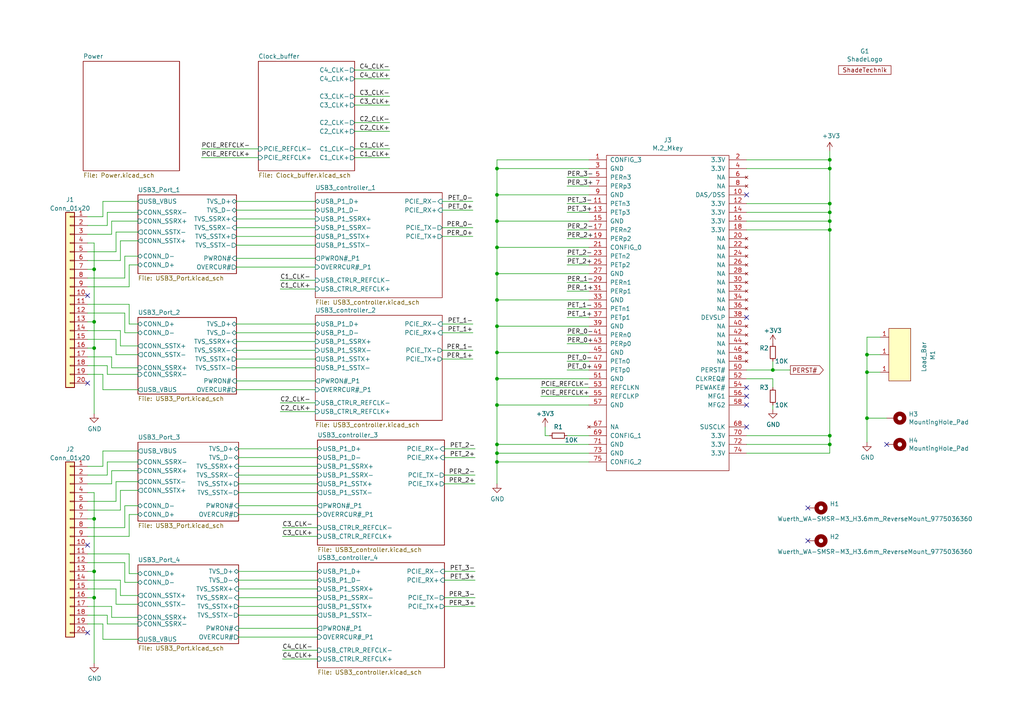
<source format=kicad_sch>
(kicad_sch (version 20211123) (generator eeschema)
  (paper "A4")
  (title_block (rev "1.5B"))
  (lib_symbols
    (symbol "Connector_Generic:Conn_01x20" (pin_names (offset 1.016) hide)
      (property "Reference" "J" (at 0 25.4 0))
      (property "Value" "Conn_01x20" (at 0 -27.94 0))
      (symbol "Conn_01x20_1_1"
        (rectangle (start -1.27 -25.273) (end 0 -25.527) (stroke (width 0.1524)))
        (rectangle (start -1.27 -22.733) (end 0 -22.987) (stroke (width 0.1524)))
        (rectangle (start -1.27 -20.193) (end 0 -20.447) (stroke (width 0.1524)))
        (rectangle (start -1.27 -17.653) (end 0 -17.907) (stroke (width 0.1524)))
        (rectangle (start -1.27 -15.113) (end 0 -15.367) (stroke (width 0.1524)))
        (rectangle (start -1.27 -12.573) (end 0 -12.827) (stroke (width 0.1524)))
        (rectangle (start -1.27 -10.033) (end 0 -10.287) (stroke (width 0.1524)))
        (rectangle (start -1.27 -7.493) (end 0 -7.747) (stroke (width 0.1524)))
        (rectangle (start -1.27 -4.953) (end 0 -5.207) (stroke (width 0.1524)))
        (rectangle (start -1.27 -2.413) (end 0 -2.667) (stroke (width 0.1524)))
        (rectangle (start -1.27 0.127) (end 0 -0.127) (stroke (width 0.1524)))
        (rectangle (start -1.27 2.667) (end 0 2.413) (stroke (width 0.1524)))
        (rectangle (start -1.27 5.207) (end 0 4.953) (stroke (width 0.1524)))
        (rectangle (start -1.27 7.747) (end 0 7.493) (stroke (width 0.1524)))
        (rectangle (start -1.27 10.287) (end 0 10.033) (stroke (width 0.1524)))
        (rectangle (start -1.27 12.827) (end 0 12.573) (stroke (width 0.1524)))
        (rectangle (start -1.27 15.367) (end 0 15.113) (stroke (width 0.1524)))
        (rectangle (start -1.27 17.907) (end 0 17.653) (stroke (width 0.1524)))
        (rectangle (start -1.27 20.447) (end 0 20.193) (stroke (width 0.1524)))
        (rectangle (start -1.27 22.987) (end 0 22.733) (stroke (width 0.1524)))
        (rectangle (start -1.27 24.13) (end 1.27 -26.67) (stroke (width 0.254)) (fill (type background)))
        (pin passive line (at -5.08 22.86 0) (length 3.81) (name "Pin_1") (number "1"))
        (pin passive line (at -5.08 0 0) (length 3.81) (name "Pin_10") (number "10"))
        (pin passive line (at -5.08 -2.54 0) (length 3.81) (name "Pin_11") (number "11"))
        (pin passive line (at -5.08 -5.08 0) (length 3.81) (name "Pin_12") (number "12"))
        (pin passive line (at -5.08 -7.62 0) (length 3.81) (name "Pin_13") (number "13"))
        (pin passive line (at -5.08 -10.16 0) (length 3.81) (name "Pin_14") (number "14"))
        (pin passive line (at -5.08 -12.7 0) (length 3.81) (name "Pin_15") (number "15"))
        (pin passive line (at -5.08 -15.24 0) (length 3.81) (name "Pin_16") (number "16"))
        (pin passive line (at -5.08 -17.78 0) (length 3.81) (name "Pin_17") (number "17"))
        (pin passive line (at -5.08 -20.32 0) (length 3.81) (name "Pin_18") (number "18"))
        (pin passive line (at -5.08 -22.86 0) (length 3.81) (name "Pin_19") (number "19"))
        (pin passive line (at -5.08 20.32 0) (length 3.81) (name "Pin_2") (number "2"))
        (pin passive line (at -5.08 -25.4 0) (length 3.81) (name "Pin_20") (number "20"))
        (pin passive line (at -5.08 17.78 0) (length 3.81) (name "Pin_3") (number "3"))
        (pin passive line (at -5.08 15.24 0) (length 3.81) (name "Pin_4") (number "4"))
        (pin passive line (at -5.08 12.7 0) (length 3.81) (name "Pin_5") (number "5"))
        (pin passive line (at -5.08 10.16 0) (length 3.81) (name "Pin_6") (number "6"))
        (pin passive line (at -5.08 7.62 0) (length 3.81) (name "Pin_7") (number "7"))
        (pin passive line (at -5.08 5.08 0) (length 3.81) (name "Pin_8") (number "8"))
        (pin passive line (at -5.08 2.54 0) (length 3.81) (name "Pin_9") (number "9"))
      )
    )
    (symbol "Device:R_Small" (pin_numbers hide) (pin_names (offset 0.254) hide)
      (property "Reference" "R" (at 0.762 0.508 0))
      (property "Value" "R_Small" (at 0.762 -1.016 0))
      (symbol "R_Small_0_1"
        (rectangle (start -0.762 1.778) (end 0.762 -1.778) (stroke (width 0.2032)))
      )
      (symbol "R_Small_1_1"
        (pin passive line (at 0 2.54 270) (length 0.762) (name "~") (number "1"))
        (pin passive line (at 0 -2.54 90) (length 0.762) (name "~") (number "2"))
      )
    )
    (symbol "Mechanical:MountingHole_Pad" (pin_numbers hide) (pin_names (offset 1.016) hide)
      (property "Reference" "H" (at 0 6.35 0))
      (property "Value" "MountingHole_Pad" (at 0 4.445 0))
      (symbol "MountingHole_Pad_0_1"
        (circle (center 0 1.27) (radius 1.27) (stroke (width 1.27)))
      )
      (symbol "MountingHole_Pad_1_1"
        (pin input line (at 0 -2.54 90) (length 2.54) (name "1") (number "1"))
      )
    )
    (symbol "ST_Extra_1:Load_Bar"
      (property "Reference" "M1" (at -1.27 8.89 0))
      (property "Value" "Load_Bar" (at -3.81 6.35 0))
      (symbol "Load_Bar_0_1"
        (rectangle (start -7.62 2.54) (end 7.62 -3.81) (stroke (width 0.1524)) (fill (type background)))
      )
      (symbol "Load_Bar_1_1"
        (pin passive line (at -5.08 -6.35 90) (length 2.54) (name "") (number "1"))
        (pin passive line (at 0 -6.35 90) (length 2.54) (name "") (number "1"))
        (pin passive line (at 5.08 -6.35 90) (length 2.54) (name "") (number "1"))
      )
    )
    (symbol "ST_Extra_1:M.2_Mkey-ST_Extra" (pin_names (offset 1.016))
      (property "Reference" "J" (at -17.78 46.99 0))
      (property "Value" "M.2_Mkey-ST_Extra" (at -10.16 46.99 0))
      (symbol "M.2_Mkey-ST_Extra_0_1"
        (rectangle (start -17.78 44.45) (end 17.78 -46.99))
      )
      (symbol "M.2_Mkey-ST_Extra_1_1"
        (pin output line (at -22.86 43.18 0) (length 5.08) (name "CONFIG_3") (number "1"))
        (pin input line (at 22.86 33.02 180) (length 5.08) (name "DAS/DSS") (number "10"))
        (pin output line (at -22.86 30.48 0) (length 5.08) (name "PETn3") (number "11"))
        (pin power_in line (at 22.86 30.48 180) (length 5.08) (name "3.3V") (number "12"))
        (pin output line (at -22.86 27.94 0) (length 5.08) (name "PETp3") (number "13"))
        (pin power_in line (at 22.86 27.94 180) (length 5.08) (name "3.3V") (number "14"))
        (pin power_in line (at -22.86 25.4 0) (length 5.08) (name "GND") (number "15"))
        (pin power_in line (at 22.86 25.4 180) (length 5.08) (name "3.3V") (number "16"))
        (pin input line (at -22.86 22.86 0) (length 5.08) (name "PERn2") (number "17"))
        (pin power_in line (at 22.86 22.86 180) (length 5.08) (name "3.3V") (number "18"))
        (pin input line (at -22.86 20.32 0) (length 5.08) (name "PERp2") (number "19"))
        (pin power_in line (at 22.86 43.18 180) (length 5.08) (name "3.3V") (number "2"))
        (pin no_connect line (at 22.86 20.32 180) (length 5.08) (name "NA") (number "20"))
        (pin output line (at -22.86 17.78 0) (length 5.08) (name "CONFIG_0") (number "21"))
        (pin no_connect line (at 22.86 17.78 180) (length 5.08) (name "NA") (number "22"))
        (pin output line (at -22.86 15.24 0) (length 5.08) (name "PETn2") (number "23"))
        (pin no_connect line (at 22.86 15.24 180) (length 5.08) (name "NA") (number "24"))
        (pin output line (at -22.86 12.7 0) (length 5.08) (name "PETp2") (number "25"))
        (pin no_connect line (at 22.86 12.7 180) (length 5.08) (name "NA") (number "26"))
        (pin power_in line (at -22.86 10.16 0) (length 5.08) (name "GND") (number "27"))
        (pin no_connect line (at 22.86 10.16 180) (length 5.08) (name "NA") (number "28"))
        (pin input line (at -22.86 7.62 0) (length 5.08) (name "PERn1") (number "29"))
        (pin power_in line (at -22.86 40.64 0) (length 5.08) (name "GND") (number "3"))
        (pin no_connect line (at 22.86 7.62 180) (length 5.08) (name "NA") (number "30"))
        (pin input line (at -22.86 5.08 0) (length 5.08) (name "PERp1") (number "31"))
        (pin no_connect line (at 22.86 5.08 180) (length 5.08) (name "NA") (number "32"))
        (pin power_in line (at -22.86 2.54 0) (length 5.08) (name "GND") (number "33"))
        (pin no_connect line (at 22.86 2.54 180) (length 5.08) (name "NA") (number "34"))
        (pin output line (at -22.86 0 0) (length 5.08) (name "PETn1") (number "35"))
        (pin no_connect line (at 22.86 0 180) (length 5.08) (name "NA") (number "36"))
        (pin output line (at -22.86 -2.54 0) (length 5.08) (name "PETp1") (number "37"))
        (pin input line (at 22.86 -2.54 180) (length 5.08) (name "DEVSLP") (number "38"))
        (pin power_in line (at -22.86 -5.08 0) (length 5.08) (name "GND") (number "39"))
        (pin power_in line (at 22.86 40.64 180) (length 5.08) (name "3.3V") (number "4"))
        (pin no_connect line (at 22.86 -5.08 180) (length 5.08) (name "NA") (number "40"))
        (pin input line (at -22.86 -7.62 0) (length 5.08) (name "PERn0") (number "41"))
        (pin no_connect line (at 22.86 -7.62 180) (length 5.08) (name "NA") (number "42"))
        (pin input line (at -22.86 -10.16 0) (length 5.08) (name "PERp0") (number "43"))
        (pin no_connect line (at 22.86 -10.16 180) (length 5.08) (name "NA") (number "44"))
        (pin power_in line (at -22.86 -12.7 0) (length 5.08) (name "GND") (number "45"))
        (pin no_connect line (at 22.86 -12.7 180) (length 5.08) (name "NA") (number "46"))
        (pin output line (at -22.86 -15.24 0) (length 5.08) (name "PETn0") (number "47"))
        (pin no_connect line (at 22.86 -15.24 180) (length 5.08) (name "NA") (number "48"))
        (pin output line (at -22.86 -17.78 0) (length 5.08) (name "PETp0") (number "49"))
        (pin input line (at -22.86 38.1 0) (length 5.08) (name "PERn3") (number "5"))
        (pin input line (at 22.86 -17.78 180) (length 5.08) (name "PERST#") (number "50"))
        (pin power_in line (at -22.86 -20.32 0) (length 5.08) (name "GND") (number "51"))
        (pin output line (at 22.86 -20.32 180) (length 5.08) (name "CLKREQ#") (number "52"))
        (pin input line (at -22.86 -22.86 0) (length 5.08) (name "REFCLKN") (number "53"))
        (pin output line (at 22.86 -22.86 180) (length 5.08) (name "PEWAKE#") (number "54"))
        (pin input line (at -22.86 -25.4 0) (length 5.08) (name "REFCLKP") (number "55"))
        (pin output line (at 22.86 -25.4 180) (length 5.08) (name "MFG1") (number "56"))
        (pin power_in line (at -22.86 -27.94 0) (length 5.08) (name "GND") (number "57"))
        (pin output line (at 22.86 -27.94 180) (length 5.08) (name "MFG2") (number "58"))
        (pin no_connect line (at 22.86 38.1 180) (length 5.08) (name "NA") (number "6"))
        (pin no_connect line (at -22.86 -34.29 0) (length 5.08) (name "NA") (number "67"))
        (pin input line (at 22.86 -34.29 180) (length 5.08) (name "SUSCLK") (number "68"))
        (pin output line (at -22.86 -36.83 0) (length 5.08) (name "CONFIG_1") (number "69"))
        (pin input line (at -22.86 35.56 0) (length 5.08) (name "PERp3") (number "7"))
        (pin power_in line (at 22.86 -36.83 180) (length 5.08) (name "3.3V") (number "70"))
        (pin power_in line (at -22.86 -39.37 0) (length 5.08) (name "GND") (number "71"))
        (pin power_in line (at 22.86 -39.37 180) (length 5.08) (name "3.3V") (number "72"))
        (pin power_in line (at -22.86 -41.91 0) (length 5.08) (name "GND") (number "73"))
        (pin power_in line (at 22.86 -41.91 180) (length 5.08) (name "3.3V") (number "74"))
        (pin output line (at -22.86 -44.45 0) (length 5.08) (name "CONFIG_2") (number "75"))
        (pin no_connect line (at 22.86 35.56 180) (length 5.08) (name "NA") (number "8"))
        (pin power_in line (at -22.86 33.02 0) (length 5.08) (name "GND") (number "9"))
      )
    )
    (symbol "h2_USB3card-rescue:+3.3V-power" (power) (pin_names (offset 0))
      (property "Value" "+3.3V-power" (at 0 3.556 0))
      (symbol "+3.3V-power_0_1"
        (polyline (pts (xy -0.762 1.27) (xy 0 2.54)))
        (polyline (pts (xy 0 0) (xy 0 2.54)))
        (polyline (pts (xy 0 2.54) (xy 0.762 1.27)))
      )
      (symbol "+3.3V-power_1_1"
        (pin power_in line (at 0 0 90) (length 0) hide (name "+3V3") (number "1"))
      )
    )
    (symbol "h2_USB3card-rescue:ShadeLogo-ST" (pin_names (offset 1.016))
      (property "Reference" "G" (at 0 5.08 0))
      (property "Value" "ShadeLogo-ST" (at 0 2.54 0))
      (symbol "ShadeLogo-ST_0_0"
        (text "ShadeTechnik" (at 0 0 0) (effects (font (size 1.27 1.27))))
      )
      (symbol "ShadeLogo-ST_0_1"
        (rectangle (start -7.62 1.27) (end 7.62 -1.27))
      )
    )
    (symbol "power:GND" (power) (pin_names (offset 0))
      (property "Value" "GND" (at 0 -3.81 0))
      (symbol "GND_0_1"
        (polyline (pts (xy 0 0) (xy 0 -1.27) (xy 1.27 -1.27) (xy 0 -2.54) (xy -1.27 -1.27) (xy 0 -1.27)))
      )
      (symbol "GND_1_1"
        (pin power_in line (at 0 0 270) (length 0) hide (name "GND") (number "1"))
      )
    )
  )
  (junction (at 251.46 102.87))
  (junction (at 240.665 61.595))
  (junction (at 144.145 86.995))
  (junction (at 144.145 109.855))
  (junction (at 240.665 64.135))
  (junction (at 144.145 94.615))
  (junction (at 240.665 48.895))
  (junction (at 144.145 56.515))
  (junction (at 144.145 131.445))
  (junction (at 251.46 107.95))
  (junction (at 240.665 66.675))
  (junction (at 224.155 107.315))
  (junction (at 240.665 59.055))
  (junction (at 144.145 117.475))
  (junction (at 27.305 150.495))
  (junction (at 144.145 133.985))
  (junction (at 240.665 128.905))
  (junction (at 240.665 126.365))
  (junction (at 27.305 93.345))
  (junction (at 144.145 48.895))
  (junction (at 144.145 128.905))
  (junction (at 144.145 71.755))
  (junction (at 240.665 46.355))
  (junction (at 27.305 100.965))
  (junction (at 144.145 64.135))
  (junction (at 27.305 173.355))
  (junction (at 27.305 165.735))
  (junction (at 27.305 78.105))
  (junction (at 144.145 79.375))
  (junction (at 251.46 121.285))
  (junction (at 144.145 102.235))
  (no_connect (at 216.535 56.515))
  (no_connect (at 257.175 128.905))
  (no_connect (at 216.535 114.935))
  (no_connect (at 25.4 183.515))
  (no_connect (at 25.4 158.115))
  (no_connect (at 234.315 156.845))
  (no_connect (at 216.535 117.475))
  (no_connect (at 25.4 111.125))
  (no_connect (at 216.535 112.395))
  (no_connect (at 216.535 92.075))
  (no_connect (at 234.315 147.32))
  (no_connect (at 216.535 123.825))
  (no_connect (at 25.4 85.725))
  (wire (pts (xy 68.58 96.52) (xy 91.44 96.52)))
  (wire (pts (xy 40.005 93.98) (xy 37.465 93.98)))
  (wire (pts (xy 27.305 78.105) (xy 27.305 93.345)))
  (wire (pts (xy 92.075 149.225) (xy 69.215 149.225)))
  (wire (pts (xy 25.4 70.485) (xy 27.305 70.485)))
  (wire (pts (xy 224.155 107.315) (xy 229.235 107.315)))
  (wire (pts (xy 164.465 81.915) (xy 170.815 81.915)))
  (wire (pts (xy 33.655 98.425) (xy 33.655 102.87)))
  (wire (pts (xy 33.655 67.31) (xy 40.005 67.31)))
  (wire (pts (xy 31.115 133.985) (xy 40.005 133.985)))
  (wire (pts (xy 164.465 97.155) (xy 170.815 97.155)))
  (wire (pts (xy 170.815 48.895) (xy 144.145 48.895)))
  (wire (pts (xy 255.27 102.87) (xy 251.46 102.87)))
  (wire (pts (xy 37.465 155.575) (xy 37.465 149.225)))
  (wire (pts (xy 144.145 102.235) (xy 144.145 109.855)))
  (wire (pts (xy 92.075 184.785) (xy 69.215 184.785)))
  (wire (pts (xy 69.215 137.795) (xy 92.075 137.795)))
  (wire (pts (xy 37.465 160.655) (xy 25.4 160.655)))
  (wire (pts (xy 31.115 180.975) (xy 40.005 180.975)))
  (wire (pts (xy 33.655 102.87) (xy 40.005 102.87)))
  (wire (pts (xy 156.845 112.395) (xy 170.815 112.395)))
  (wire (pts (xy 158.115 126.365) (xy 159.385 126.365)))
  (wire (pts (xy 40.005 166.37) (xy 37.465 166.37)))
  (wire (pts (xy 32.385 179.07) (xy 40.005 179.07)))
  (wire (pts (xy 113.03 43.18) (xy 102.87 43.18)))
  (wire (pts (xy 69.215 142.875) (xy 92.075 142.875)))
  (wire (pts (xy 74.93 43.18) (xy 58.42 43.18)))
  (wire (pts (xy 164.465 66.675) (xy 170.815 66.675)))
  (wire (pts (xy 25.4 67.945) (xy 32.385 67.945)))
  (wire (pts (xy 137.795 168.275) (xy 128.905 168.275)))
  (wire (pts (xy 29.845 135.255) (xy 29.845 130.81)))
  (wire (pts (xy 32.385 136.525) (xy 40.005 136.525)))
  (wire (pts (xy 25.4 75.565) (xy 34.925 75.565)))
  (wire (pts (xy 33.655 73.025) (xy 33.655 67.31)))
  (wire (pts (xy 92.075 140.335) (xy 69.215 140.335)))
  (wire (pts (xy 144.145 133.985) (xy 144.145 140.335)))
  (wire (pts (xy 27.305 173.355) (xy 27.305 192.405)))
  (wire (pts (xy 27.305 150.495) (xy 27.305 165.735)))
  (wire (pts (xy 68.58 74.93) (xy 91.44 74.93)))
  (wire (pts (xy 91.44 83.82) (xy 81.28 83.82)))
  (wire (pts (xy 137.795 137.795) (xy 128.905 137.795)))
  (wire (pts (xy 36.195 146.685) (xy 40.005 146.685)))
  (wire (pts (xy 216.535 48.895) (xy 240.665 48.895)))
  (wire (pts (xy 170.815 128.905) (xy 144.145 128.905)))
  (wire (pts (xy 240.665 64.135) (xy 240.665 66.675)))
  (wire (pts (xy 25.4 137.795) (xy 31.115 137.795)))
  (wire (pts (xy 31.115 178.435) (xy 25.4 178.435)))
  (wire (pts (xy 32.385 175.895) (xy 32.385 179.07)))
  (wire (pts (xy 92.075 170.815) (xy 69.215 170.815)))
  (wire (pts (xy 36.195 96.52) (xy 36.195 90.805)))
  (wire (pts (xy 224.155 118.745) (xy 224.155 117.475)))
  (wire (pts (xy 251.46 97.79) (xy 251.46 102.87)))
  (wire (pts (xy 33.655 145.415) (xy 33.655 139.7)))
  (wire (pts (xy 29.845 113.03) (xy 40.005 113.03)))
  (wire (pts (xy 34.925 100.33) (xy 40.005 100.33)))
  (wire (pts (xy 92.075 191.135) (xy 81.915 191.135)))
  (wire (pts (xy 164.465 59.055) (xy 170.815 59.055)))
  (wire (pts (xy 25.4 153.035) (xy 36.195 153.035)))
  (wire (pts (xy 240.665 59.055) (xy 240.665 61.595)))
  (wire (pts (xy 92.075 153.035) (xy 81.915 153.035)))
  (wire (pts (xy 240.665 126.365) (xy 240.665 128.905)))
  (wire (pts (xy 113.03 45.72) (xy 102.87 45.72)))
  (wire (pts (xy 144.145 109.855) (xy 144.145 117.475)))
  (wire (pts (xy 27.305 70.485) (xy 27.305 78.105)))
  (wire (pts (xy 33.655 170.815) (xy 25.4 170.815)))
  (wire (pts (xy 170.815 114.935) (xy 156.845 114.935)))
  (wire (pts (xy 144.145 56.515) (xy 144.145 64.135)))
  (wire (pts (xy 91.44 81.28) (xy 81.28 81.28)))
  (wire (pts (xy 31.115 178.435) (xy 31.115 180.975)))
  (wire (pts (xy 137.795 130.175) (xy 128.905 130.175)))
  (wire (pts (xy 25.4 140.335) (xy 32.385 140.335)))
  (wire (pts (xy 25.4 100.965) (xy 27.305 100.965)))
  (wire (pts (xy 144.145 131.445) (xy 144.145 133.985)))
  (wire (pts (xy 68.58 66.04) (xy 91.44 66.04)))
  (wire (pts (xy 34.925 168.275) (xy 34.925 172.72)))
  (wire (pts (xy 251.46 102.87) (xy 251.46 107.95)))
  (wire (pts (xy 91.44 77.47) (xy 68.58 77.47)))
  (wire (pts (xy 224.155 104.775) (xy 224.155 107.315)))
  (wire (pts (xy 31.115 106.045) (xy 25.4 106.045)))
  (wire (pts (xy 170.815 133.985) (xy 144.145 133.985)))
  (wire (pts (xy 240.665 48.895) (xy 240.665 46.355)))
  (wire (pts (xy 240.665 131.445) (xy 216.535 131.445)))
  (wire (pts (xy 91.44 113.03) (xy 68.58 113.03)))
  (wire (pts (xy 25.4 145.415) (xy 33.655 145.415)))
  (wire (pts (xy 68.58 106.68) (xy 91.44 106.68)))
  (wire (pts (xy 36.195 80.645) (xy 36.195 74.295)))
  (wire (pts (xy 69.215 168.275) (xy 92.075 168.275)))
  (wire (pts (xy 31.115 137.795) (xy 31.115 133.985)))
  (wire (pts (xy 25.4 83.185) (xy 37.465 83.185)))
  (wire (pts (xy 170.815 99.695) (xy 164.465 99.695)))
  (wire (pts (xy 25.4 65.405) (xy 31.115 65.405)))
  (wire (pts (xy 25.4 78.105) (xy 27.305 78.105)))
  (wire (pts (xy 29.845 108.585) (xy 25.4 108.585)))
  (wire (pts (xy 144.145 64.135) (xy 144.145 71.755)))
  (wire (pts (xy 137.16 93.98) (xy 128.27 93.98)))
  (wire (pts (xy 216.535 128.905) (xy 240.665 128.905)))
  (wire (pts (xy 29.845 58.42) (xy 40.005 58.42)))
  (wire (pts (xy 34.925 95.885) (xy 34.925 100.33)))
  (wire (pts (xy 25.4 142.875) (xy 27.305 142.875)))
  (wire (pts (xy 158.115 123.825) (xy 158.115 126.365)))
  (wire (pts (xy 144.145 94.615) (xy 144.145 102.235)))
  (wire (pts (xy 164.465 76.835) (xy 170.815 76.835)))
  (wire (pts (xy 91.44 68.58) (xy 68.58 68.58)))
  (wire (pts (xy 137.795 173.355) (xy 128.905 173.355)))
  (wire (pts (xy 137.795 165.735) (xy 128.905 165.735)))
  (wire (pts (xy 69.215 182.245) (xy 92.075 182.245)))
  (wire (pts (xy 170.815 109.855) (xy 144.145 109.855)))
  (wire (pts (xy 170.815 69.215) (xy 164.465 69.215)))
  (wire (pts (xy 170.815 126.365) (xy 164.465 126.365)))
  (wire (pts (xy 113.03 35.56) (xy 102.87 35.56)))
  (wire (pts (xy 74.93 45.72) (xy 58.42 45.72)))
  (wire (pts (xy 68.58 60.96) (xy 91.44 60.96)))
  (wire (pts (xy 144.145 46.355) (xy 144.145 48.895)))
  (wire (pts (xy 32.385 106.68) (xy 40.005 106.68)))
  (wire (pts (xy 69.215 173.355) (xy 92.075 173.355)))
  (wire (pts (xy 170.815 94.615) (xy 144.145 94.615)))
  (wire (pts (xy 92.075 165.735) (xy 69.215 165.735)))
  (wire (pts (xy 170.815 53.975) (xy 164.465 53.975)))
  (wire (pts (xy 240.665 66.675) (xy 240.665 126.365)))
  (wire (pts (xy 25.4 135.255) (xy 29.845 135.255)))
  (wire (pts (xy 164.465 89.535) (xy 170.815 89.535)))
  (wire (pts (xy 27.305 142.875) (xy 27.305 150.495)))
  (wire (pts (xy 170.815 46.355) (xy 144.145 46.355)))
  (wire (pts (xy 31.115 108.585) (xy 40.005 108.585)))
  (wire (pts (xy 32.385 103.505) (xy 32.385 106.68)))
  (wire (pts (xy 170.815 86.995) (xy 144.145 86.995)))
  (wire (pts (xy 25.4 155.575) (xy 37.465 155.575)))
  (wire (pts (xy 36.195 90.805) (xy 25.4 90.805)))
  (wire (pts (xy 113.03 22.86) (xy 102.87 22.86)))
  (wire (pts (xy 33.655 175.26) (xy 40.005 175.26)))
  (wire (pts (xy 170.815 64.135) (xy 144.145 64.135)))
  (wire (pts (xy 144.145 79.375) (xy 144.145 86.995)))
  (wire (pts (xy 137.16 101.6) (xy 128.27 101.6)))
  (wire (pts (xy 40.005 96.52) (xy 36.195 96.52)))
  (wire (pts (xy 137.795 140.335) (xy 128.905 140.335)))
  (wire (pts (xy 31.115 106.045) (xy 31.115 108.585)))
  (wire (pts (xy 216.535 46.355) (xy 240.665 46.355)))
  (wire (pts (xy 27.305 100.965) (xy 27.305 120.015)))
  (wire (pts (xy 92.075 175.895) (xy 69.215 175.895)))
  (wire (pts (xy 170.815 61.595) (xy 164.465 61.595)))
  (wire (pts (xy 164.465 92.075) (xy 170.815 92.075)))
  (wire (pts (xy 29.845 130.81) (xy 40.005 130.81)))
  (wire (pts (xy 32.385 67.945) (xy 32.385 64.135)))
  (wire (pts (xy 29.845 180.975) (xy 29.845 185.42)))
  (wire (pts (xy 34.925 95.885) (xy 25.4 95.885)))
  (wire (pts (xy 40.005 168.91) (xy 36.195 168.91)))
  (wire (pts (xy 144.145 86.995) (xy 144.145 94.615)))
  (wire (pts (xy 32.385 64.135) (xy 40.005 64.135)))
  (wire (pts (xy 25.4 147.955) (xy 34.925 147.955)))
  (wire (pts (xy 25.4 73.025) (xy 33.655 73.025)))
  (wire (pts (xy 92.075 135.255) (xy 69.215 135.255)))
  (wire (pts (xy 34.925 142.24) (xy 40.005 142.24)))
  (wire (pts (xy 144.145 128.905) (xy 144.145 131.445)))
  (wire (pts (xy 33.655 98.425) (xy 25.4 98.425)))
  (wire (pts (xy 170.815 131.445) (xy 144.145 131.445)))
  (wire (pts (xy 36.195 74.295) (xy 40.005 74.295)))
  (wire (pts (xy 216.535 64.135) (xy 240.665 64.135)))
  (wire (pts (xy 170.815 79.375) (xy 144.145 79.375)))
  (wire (pts (xy 137.16 60.96) (xy 128.27 60.96)))
  (wire (pts (xy 92.075 130.175) (xy 69.215 130.175)))
  (wire (pts (xy 91.44 58.42) (xy 68.58 58.42)))
  (wire (pts (xy 257.175 121.285) (xy 251.46 121.285)))
  (wire (pts (xy 137.16 96.52) (xy 128.27 96.52)))
  (wire (pts (xy 137.795 132.715) (xy 128.905 132.715)))
  (wire (pts (xy 34.925 172.72) (xy 40.005 172.72)))
  (wire (pts (xy 113.03 30.48) (xy 102.87 30.48)))
  (wire (pts (xy 91.44 116.84) (xy 81.28 116.84)))
  (wire (pts (xy 69.215 178.435) (xy 92.075 178.435)))
  (wire (pts (xy 91.44 93.98) (xy 68.58 93.98)))
  (wire (pts (xy 25.4 62.865) (xy 29.845 62.865)))
  (wire (pts (xy 224.155 112.395) (xy 224.155 109.855)))
  (wire (pts (xy 37.465 93.98) (xy 37.465 88.265)))
  (wire (pts (xy 37.465 76.835) (xy 40.005 76.835)))
  (wire (pts (xy 91.44 63.5) (xy 68.58 63.5)))
  (wire (pts (xy 27.305 93.345) (xy 27.305 100.965)))
  (wire (pts (xy 137.16 66.04) (xy 128.27 66.04)))
  (wire (pts (xy 36.195 163.195) (xy 25.4 163.195)))
  (wire (pts (xy 91.44 104.14) (xy 68.58 104.14)))
  (wire (pts (xy 33.655 170.815) (xy 33.655 175.26)))
  (wire (pts (xy 69.215 146.685) (xy 92.075 146.685)))
  (wire (pts (xy 137.795 175.895) (xy 128.905 175.895)))
  (wire (pts (xy 27.305 165.735) (xy 27.305 173.355)))
  (wire (pts (xy 255.27 107.95) (xy 251.46 107.95)))
  (wire (pts (xy 32.385 103.505) (xy 25.4 103.505)))
  (wire (pts (xy 113.03 27.94) (xy 102.87 27.94)))
  (wire (pts (xy 137.16 68.58) (xy 128.27 68.58)))
  (wire (pts (xy 113.03 20.32) (xy 102.87 20.32)))
  (wire (pts (xy 25.4 150.495) (xy 27.305 150.495)))
  (wire (pts (xy 29.845 62.865) (xy 29.845 58.42)))
  (wire (pts (xy 37.465 149.225) (xy 40.005 149.225)))
  (wire (pts (xy 68.58 71.12) (xy 91.44 71.12)))
  (wire (pts (xy 25.4 173.355) (xy 27.305 173.355)))
  (wire (pts (xy 164.465 74.295) (xy 170.815 74.295)))
  (wire (pts (xy 164.465 104.775) (xy 170.815 104.775)))
  (wire (pts (xy 113.03 38.1) (xy 102.87 38.1)))
  (wire (pts (xy 170.815 117.475) (xy 144.145 117.475)))
  (wire (pts (xy 36.195 153.035) (xy 36.195 146.685)))
  (wire (pts (xy 216.535 107.315) (xy 224.155 107.315)))
  (wire (pts (xy 36.195 168.91) (xy 36.195 163.195)))
  (wire (pts (xy 92.075 155.575) (xy 81.915 155.575)))
  (wire (pts (xy 29.845 185.42) (xy 40.005 185.42)))
  (wire (pts (xy 25.4 93.345) (xy 27.305 93.345)))
  (wire (pts (xy 33.655 139.7) (xy 40.005 139.7)))
  (wire (pts (xy 251.46 121.285) (xy 251.46 128.27)))
  (wire (pts (xy 240.665 46.355) (xy 240.665 43.815)))
  (wire (pts (xy 216.535 66.675) (xy 240.665 66.675)))
  (wire (pts (xy 164.465 107.315) (xy 170.815 107.315)))
  (wire (pts (xy 69.215 132.715) (xy 92.075 132.715)))
  (wire (pts (xy 91.44 99.06) (xy 68.58 99.06)))
  (wire (pts (xy 31.115 65.405) (xy 31.115 61.595)))
  (wire (pts (xy 255.27 97.79) (xy 251.46 97.79)))
  (wire (pts (xy 25.4 80.645) (xy 36.195 80.645)))
  (wire (pts (xy 144.145 48.895) (xy 144.145 56.515)))
  (wire (pts (xy 34.925 75.565) (xy 34.925 69.85)))
  (wire (pts (xy 164.465 51.435) (xy 170.815 51.435)))
  (wire (pts (xy 251.46 107.95) (xy 251.46 121.285)))
  (wire (pts (xy 68.58 110.49) (xy 91.44 110.49)))
  (wire (pts (xy 144.145 71.755) (xy 144.145 79.375)))
  (wire (pts (xy 31.115 61.595) (xy 40.005 61.595)))
  (wire (pts (xy 92.075 188.595) (xy 81.915 188.595)))
  (wire (pts (xy 224.155 109.855) (xy 216.535 109.855)))
  (wire (pts (xy 240.665 61.595) (xy 240.665 64.135)))
  (wire (pts (xy 240.665 128.905) (xy 240.665 131.445)))
  (wire (pts (xy 170.815 102.235) (xy 144.145 102.235)))
  (wire (pts (xy 91.44 119.38) (xy 81.28 119.38)))
  (wire (pts (xy 29.845 180.975) (xy 25.4 180.975)))
  (wire (pts (xy 34.925 168.275) (xy 25.4 168.275)))
  (wire (pts (xy 37.465 166.37) (xy 37.465 160.655)))
  (wire (pts (xy 216.535 61.595) (xy 240.665 61.595)))
  (wire (pts (xy 32.385 140.335) (xy 32.385 136.525)))
  (wire (pts (xy 170.815 84.455) (xy 164.465 84.455)))
  (wire (pts (xy 240.665 48.895) (xy 240.665 59.055)))
  (wire (pts (xy 25.4 165.735) (xy 27.305 165.735)))
  (wire (pts (xy 216.535 126.365) (xy 240.665 126.365)))
  (wire (pts (xy 137.16 104.14) (xy 128.27 104.14)))
  (wire (pts (xy 34.925 147.955) (xy 34.925 142.24)))
  (wire (pts (xy 32.385 175.895) (xy 25.4 175.895)))
  (wire (pts (xy 34.925 69.85) (xy 40.005 69.85)))
  (wire (pts (xy 170.815 56.515) (xy 144.145 56.515)))
  (wire (pts (xy 37.465 88.265) (xy 25.4 88.265)))
  (wire (pts (xy 144.145 117.475) (xy 144.145 128.905)))
  (wire (pts (xy 29.845 108.585) (xy 29.845 113.03)))
  (wire (pts (xy 68.58 101.6) (xy 91.44 101.6)))
  (wire (pts (xy 37.465 83.185) (xy 37.465 76.835)))
  (wire (pts (xy 137.16 58.42) (xy 128.27 58.42)))
  (wire (pts (xy 216.535 59.055) (xy 240.665 59.055)))
  (wire (pts (xy 170.815 71.755) (xy 144.145 71.755)))
  (label "C1_CLK-" (at 113.03 43.18 180))
  (label "C1_CLK+" (at 81.28 83.82 0))
  (label "C2_CLK-" (at 81.28 116.84 0))
  (label "PET_1+" (at 164.465 92.075 0))
  (label "C4_CLK-" (at 81.915 188.595 0))
  (label "PET_2-" (at 164.465 74.295 0))
  (label "PER_2+" (at 137.795 140.335 180))
  (label "PER_0-" (at 164.465 97.155 0))
  (label "PER_3+" (at 137.795 175.895 180))
  (label "PET_0+" (at 164.465 107.315 0))
  (label "PET_0-" (at 164.465 104.775 0))
  (label "PER_0+" (at 164.465 99.695 0))
  (label "PET_3-" (at 137.795 165.735 180))
  (label "PER_1-" (at 164.465 81.915 0))
  (label "PET_3+" (at 137.795 168.275 180))
  (label "PET_0+" (at 137.16 60.96 180))
  (label "PER_1+" (at 137.16 104.14 180))
  (label "PET_2+" (at 137.795 132.715 180))
  (label "C2_CLK+" (at 113.03 38.1 180))
  (label "PET_1-" (at 137.16 93.98 180))
  (label "PET_2-" (at 137.795 130.175 180))
  (label "PCIE_REFCLK-" (at 58.42 43.18 0))
  (label "PCIE_REFCLK+" (at 58.42 45.72 0))
  (label "C3_CLK+" (at 81.915 155.575 0))
  (label "PER_0+" (at 137.16 68.58 180))
  (label "PET_3-" (at 164.465 59.055 0))
  (label "PET_0-" (at 137.16 58.42 180))
  (label "PER_3+" (at 164.465 53.975 0))
  (label "C1_CLK+" (at 113.03 45.72 180))
  (label "C4_CLK+" (at 81.915 191.135 0))
  (label "C1_CLK-" (at 81.28 81.28 0))
  (label "PER_1+" (at 164.465 84.455 0))
  (label "PET_1-" (at 164.465 89.535 0))
  (label "C2_CLK+" (at 81.28 119.38 0))
  (label "C3_CLK+" (at 113.03 30.48 180))
  (label "PET_1+" (at 137.16 96.52 180))
  (label "C4_CLK-" (at 113.03 20.32 180))
  (label "PER_3-" (at 164.465 51.435 0))
  (label "PCIE_REFCLK+" (at 156.845 114.935 0))
  (label "PET_2+" (at 164.465 76.835 0))
  (label "PCIE_REFCLK-" (at 156.845 112.395 0))
  (label "C3_CLK-" (at 81.915 153.035 0))
  (label "C3_CLK-" (at 113.03 27.94 180))
  (label "PER_2+" (at 164.465 69.215 0))
  (label "PET_3+" (at 164.465 61.595 0))
  (label "PER_1-" (at 137.16 101.6 180))
  (label "PER_2-" (at 137.795 137.795 180))
  (label "C2_CLK-" (at 113.03 35.56 180))
  (label "C4_CLK+" (at 113.03 22.86 180))
  (label "PER_0-" (at 137.16 66.04 180))
  (label "PER_2-" (at 164.465 66.675 0))
  (label "PER_3-" (at 137.795 173.355 180))
  (global_label "PERST#" (shape output) (at 229.235 107.315 0) (property "Intersheet References" "${INTERSHEET_REFS}" (effects hide)))
  (symbol (lib_id "h2_USB3card-rescue:+3.3V-power") (at 240.665 43.815 0) (unit 1)
    (property "Reference" "#PWR07" (effects hide))
    (property "Value" "+3.3V" (at 241.046 39.4208 0))
  )
  (symbol (lib_id "power:GND") (at 144.145 140.335 0) (unit 1)
    (property "Reference" "#PWR03" (effects hide))
    (property "Value" "GND" (at 144.272 144.7292 0))
  )
  (symbol (lib_id "ST_Extra_1:M.2_Mkey-ST_Extra") (at 193.675 89.535 0) (unit 1)
    (property "Reference" "J3" (at 193.675 40.64 0))
    (property "Value" "M.2_Mkey" (at 193.675 42.9514 0))
    (property "Footprint" "m2ngff:m2-padKeyM" (effects hide))
  )
  (symbol (lib_id "Mechanical:MountingHole_Pad") (at 259.715 121.285 270) (unit 1)
    (property "Reference" "H3" (at 263.525 120.1166 90) (effects (justify left)))
    (property "Value" "MountingHole_Pad" (at 263.525 122.428 90) (effects (justify left)))
    (property "Footprint" "MountingHole:MountingHole_3.2mm_M3_DIN965_Pad" (effects hide))
  )
  (symbol (lib_id "Mechanical:MountingHole_Pad") (at 259.715 128.905 270) (unit 1)
    (property "Reference" "H4" (at 263.525 127.7366 90) (effects (justify left)))
    (property "Value" "MountingHole_Pad" (at 263.525 130.048 90) (effects (justify left)))
    (property "Footprint" "MountingHole:MountingHole_3.2mm_M3_DIN965_Pad" (effects hide))
  )
  (symbol (lib_id "Mechanical:MountingHole_Pad") (at 236.855 156.845 270) (unit 1)
    (property "Reference" "H2" (at 240.665 155.6766 90) (effects (justify left)))
    (property "Value" "Wuerth_WA-SMSR-M3_H3.6mm_ReverseMount_9775036360" (at 225.425 160.02 90) (effects (justify left)))
    (property "Footprint" "Mounting_Wuerth:Mounting_Wuerth_WA-SMSR-M3_H3.6mm_ReverseMount_9775036360" (effects hide))
  )
  (symbol (lib_id "power:GND") (at 251.46 128.27 0) (unit 1)
    (property "Reference" "#PWR08" (effects hide))
    (property "Value" "GND" (at 251.587 132.6642 0))
  )
  (symbol (lib_id "Mechanical:MountingHole_Pad") (at 236.855 147.32 270) (unit 1)
    (property "Reference" "H1" (at 240.665 146.1516 90) (effects (justify left)))
    (property "Value" "Wuerth_WA-SMSR-M3_H3.6mm_ReverseMount_9775036360" (at 225.425 150.495 90) (effects (justify left)))
    (property "Footprint" "Mounting_Wuerth:Mounting_Wuerth_WA-SMSR-M3_H3.6mm_ReverseMount_9775036360" (effects hide))
  )
  (symbol (lib_id "Device:R_Small") (at 224.155 114.935 180) (unit 1)
    (property "Reference" "R3" (at 221.615 112.395 0))
    (property "Value" "10K" (at 226.695 117.475 0))
    (property "Footprint" "Capacitor_SMD:C_0402_1005Metric" (effects hide))
  )
  (symbol (lib_id "power:GND") (at 224.155 118.745 0) (unit 1)
    (property "Reference" "#PWR06" (effects hide))
    (property "Value" "GND" (at 224.282 123.1392 0))
  )
  (symbol (lib_id "h2_USB3card-rescue:+3.3V-power") (at 158.115 123.825 0) (unit 1)
    (property "Reference" "#PWR04" (effects hide))
    (property "Value" "+3.3V" (at 158.115 120.015 0))
  )
  (symbol (lib_id "Device:R_Small") (at 161.925 126.365 90) (unit 1)
    (property "Reference" "R1" (at 161.925 123.825 90))
    (property "Value" "10K" (at 165.735 127.635 90))
    (property "Footprint" "Capacitor_SMD:C_0402_1005Metric" (effects hide))
  )
  (symbol (lib_id "Device:R_Small") (at 224.155 102.235 180) (unit 1)
    (property "Reference" "R2" (at 221.615 100.965 0))
    (property "Value" "10K" (at 226.695 104.775 0))
    (property "Footprint" "Capacitor_SMD:C_0402_1005Metric" (effects hide))
  )
  (symbol (lib_id "h2_USB3card-rescue:+3.3V-power") (at 224.155 99.695 0) (unit 1)
    (property "Reference" "#PWR05" (effects hide))
    (property "Value" "+3.3V" (at 224.155 95.885 0))
  )
  (symbol (lib_id "h2_USB3card-rescue:ShadeLogo-ST") (at 250.825 20.32 0) (unit 1)
    (property "Reference" "G1" (at 250.825 14.859 0))
    (property "Value" "ShadeLogo" (at 250.825 17.1704 0))
    (property "Footprint" "ST:Shade Logo xtra small F_mask" (effects hide))
  )
  (symbol (lib_id "Connector_Generic:Conn_01x20") (at 20.32 85.725 0) (mirror y) (unit 1)
    (property "Reference" "J1" (at 20.32 57.8952 0))
    (property "Value" "Conn_01x20" (at 20.32 60.4321 0))
    (property "Footprint" "Samtec:SAMTEC_LTMM-110-02-F-D-RA-20" (effects hide))
  )
  (symbol (lib_id "ST_Extra_1:Load_Bar") (at 261.62 102.87 270) (unit 1)
    (property "Reference" "M1" (at 270.51 101.6 0) (effects (justify left)))
    (property "Value" "Load_Bar" (at 267.97 99.06 0) (effects (justify left)))
    (property "Footprint" "ST:Load_Bar_80x10" (effects hide))
  )
  (symbol (lib_id "Connector_Generic:Conn_01x20") (at 20.32 158.115 0) (mirror y) (unit 1)
    (property "Reference" "J2" (at 20.32 130.2852 0))
    (property "Value" "Conn_01x20" (at 20.32 132.8221 0))
    (property "Footprint" "Samtec:SAMTEC_LTMM-110-02-F-D-RA-20" (effects hide))
  )
  (symbol (lib_id "power:GND") (at 27.305 192.405 0) (unit 1)
    (property "Reference" "#PWR02" (effects hide))
    (property "Value" "GND" (at 27.432 196.7992 0))
  )
  (symbol (lib_id "power:GND") (at 27.305 120.015 0) (unit 1)
    (property "Reference" "#PWR01" (effects hide))
    (property "Value" "GND" (at 27.432 124.4092 0))
  )
  (sheet (at 24.13 17.78) (size 27.94 31.75)
    (property "Sheet name" "Power" (at 24.13 17.0684 0) (effects (justify left bottom)))
    (property "Sheet file" "Power.kicad_sch" (at 24.13 50.1146 0) (effects (justify left top)))
  )
  (sheet (at 92.075 163.195) (size 36.83 30.48)
    (property "Sheet name" "USB3_controller_4" (at 92.075 162.4834 0) (effects (justify left bottom)))
    (property "Sheet file" "USB3_controller.kicad_sch" (at 92.075 194.2596 0) (effects (justify left top)))
    (pin "PCIE_RX+" input (at 128.905 168.275 0))
    (pin "PCIE_RX-" input (at 128.905 165.735 0))
    (pin "PCIE_TX+" output (at 128.905 175.895 0))
    (pin "PCIE_TX-" output (at 128.905 173.355 0))
    (pin "USB_P1_D+" bidirectional (at 92.075 165.735 180))
    (pin "USB_P1_D-" bidirectional (at 92.075 168.275 180))
    (pin "USB_P1_SSTX+" output (at 92.075 175.895 180))
    (pin "USB_P1_SSTX-" output (at 92.075 178.435 180))
    (pin "USB_P1_SSRX+" input (at 92.075 170.815 180))
    (pin "USB_P1_SSRX-" input (at 92.075 173.355 180))
    (pin "PWRON#_P1" output (at 92.075 182.245 180))
    (pin "OVERRCUR#_P1" input (at 92.075 184.785 180))
    (pin "USB_CTRLR_REFCLK-" input (at 92.075 188.595 180))
    (pin "USB_CTRLR_REFCLK+" input (at 92.075 191.135 180))
  )
  (sheet (at 40.005 163.83) (size 29.21 22.86)
    (property "Sheet name" "USB3_Port_4" (at 40.005 163.1184 0) (effects (justify left bottom)))
    (property "Sheet file" "USB3_Port.kicad_sch" (at 40.005 187.2746 0) (effects (justify left top)))
    (pin "TVS_SSRX-" input (at 69.215 173.355 0))
    (pin "TVS_SSRX+" input (at 69.215 170.815 0))
    (pin "TVS_D-" bidirectional (at 69.215 168.275 0))
    (pin "TVS_SSTX-" output (at 69.215 178.435 0))
    (pin "TVS_SSTX+" output (at 69.215 175.895 0))
    (pin "OVERCUR#" output (at 69.215 184.785 0))
    (pin "PWRON#" input (at 69.215 182.245 0))
    (pin "TVS_D+" bidirectional (at 69.215 165.735 0))
    (pin "CONN_SSRX+" input (at 40.005 179.07 180))
    (pin "CONN_SSTX+" output (at 40.005 172.72 180))
    (pin "CONN_SSRX-" input (at 40.005 180.975 180))
    (pin "CONN_SSTX-" output (at 40.005 175.26 180))
    (pin "CONN_D+" bidirectional (at 40.005 166.37 180))
    (pin "CONN_D-" bidirectional (at 40.005 168.91 180))
    (pin "USB_VBUS" output (at 40.005 185.42 180))
  )
  (sheet (at 91.44 55.88) (size 36.83 30.48)
    (property "Sheet name" "USB3_controller_1" (at 91.44 55.1684 0) (effects (justify left bottom)))
    (property "Sheet file" "USB3_controller.kicad_sch" (at 91.44 86.9446 0) (effects (justify left top)))
    (pin "PCIE_RX+" input (at 128.27 60.96 0))
    (pin "PCIE_RX-" input (at 128.27 58.42 0))
    (pin "PCIE_TX+" output (at 128.27 68.58 0))
    (pin "PCIE_TX-" output (at 128.27 66.04 0))
    (pin "USB_P1_D+" bidirectional (at 91.44 58.42 180))
    (pin "USB_P1_D-" bidirectional (at 91.44 60.96 180))
    (pin "USB_P1_SSTX+" output (at 91.44 68.58 180))
    (pin "USB_P1_SSTX-" output (at 91.44 71.12 180))
    (pin "USB_P1_SSRX+" input (at 91.44 63.5 180))
    (pin "USB_P1_SSRX-" input (at 91.44 66.04 180))
    (pin "PWRON#_P1" output (at 91.44 74.93 180))
    (pin "OVERRCUR#_P1" input (at 91.44 77.47 180))
    (pin "USB_CTRLR_REFCLK-" input (at 91.44 81.28 180))
    (pin "USB_CTRLR_REFCLK+" input (at 91.44 83.82 180))
  )
  (sheet (at 40.005 56.515) (size 28.575 22.86)
    (property "Sheet name" "USB3_Port_1" (at 40.005 55.8034 0) (effects (justify left bottom)))
    (property "Sheet file" "USB3_Port.kicad_sch" (at 40.005 79.9596 0) (effects (justify left top)))
    (pin "TVS_SSRX-" input (at 68.58 66.04 0))
    (pin "TVS_SSRX+" input (at 68.58 63.5 0))
    (pin "TVS_D-" bidirectional (at 68.58 60.96 0))
    (pin "TVS_SSTX-" output (at 68.58 71.12 0))
    (pin "TVS_SSTX+" output (at 68.58 68.58 0))
    (pin "OVERCUR#" output (at 68.58 77.47 0))
    (pin "PWRON#" input (at 68.58 74.93 0))
    (pin "TVS_D+" bidirectional (at 68.58 58.42 0))
    (pin "CONN_SSRX+" input (at 40.005 64.135 180))
    (pin "CONN_SSTX+" output (at 40.005 69.85 180))
    (pin "CONN_SSRX-" input (at 40.005 61.595 180))
    (pin "CONN_SSTX-" output (at 40.005 67.31 180))
    (pin "CONN_D+" bidirectional (at 40.005 76.835 180))
    (pin "CONN_D-" bidirectional (at 40.005 74.295 180))
    (pin "USB_VBUS" output (at 40.005 58.42 180))
  )
  (sheet (at 91.44 91.44) (size 36.83 30.48)
    (property "Sheet name" "USB3_controller_2" (at 91.44 90.7284 0) (effects (justify left bottom)))
    (property "Sheet file" "USB3_controller.kicad_sch" (at 91.44 122.5046 0) (effects (justify left top)))
    (pin "PCIE_RX+" input (at 128.27 96.52 0))
    (pin "PCIE_RX-" input (at 128.27 93.98 0))
    (pin "PCIE_TX+" output (at 128.27 104.14 0))
    (pin "PCIE_TX-" output (at 128.27 101.6 0))
    (pin "USB_P1_D+" bidirectional (at 91.44 93.98 180))
    (pin "USB_P1_D-" bidirectional (at 91.44 96.52 180))
    (pin "USB_P1_SSTX+" output (at 91.44 104.14 180))
    (pin "USB_P1_SSTX-" output (at 91.44 106.68 180))
    (pin "USB_P1_SSRX+" input (at 91.44 99.06 180))
    (pin "USB_P1_SSRX-" input (at 91.44 101.6 180))
    (pin "PWRON#_P1" output (at 91.44 110.49 180))
    (pin "OVERRCUR#_P1" input (at 91.44 113.03 180))
    (pin "USB_CTRLR_REFCLK-" input (at 91.44 116.84 180))
    (pin "USB_CTRLR_REFCLK+" input (at 91.44 119.38 180))
  )
  (sheet (at 40.005 92.075) (size 28.575 22.225)
    (property "Sheet name" "USB3_Port_2" (at 40.005 91.3634 0) (effects (justify left bottom)))
    (property "Sheet file" "USB3_Port.kicad_sch" (at 40.005 114.8846 0) (effects (justify left top)))
    (pin "TVS_SSRX-" input (at 68.58 101.6 0))
    (pin "TVS_SSRX+" input (at 68.58 99.06 0))
    (pin "TVS_D-" bidirectional (at 68.58 96.52 0))
    (pin "TVS_SSTX-" output (at 68.58 106.68 0))
    (pin "TVS_SSTX+" output (at 68.58 104.14 0))
    (pin "OVERCUR#" output (at 68.58 113.03 0))
    (pin "PWRON#" input (at 68.58 110.49 0))
    (pin "TVS_D+" bidirectional (at 68.58 93.98 0))
    (pin "CONN_SSRX+" input (at 40.005 106.68 180))
    (pin "CONN_SSTX+" output (at 40.005 100.33 180))
    (pin "CONN_SSRX-" input (at 40.005 108.585 180))
    (pin "CONN_SSTX-" output (at 40.005 102.87 180))
    (pin "CONN_D+" bidirectional (at 40.005 93.98 180))
    (pin "CONN_D-" bidirectional (at 40.005 96.52 180))
    (pin "USB_VBUS" output (at 40.005 113.03 180))
  )
  (sheet (at 40.005 128.27) (size 29.21 22.86)
    (property "Sheet name" "USB3_Port_3" (at 40.005 127.5584 0) (effects (justify left bottom)))
    (property "Sheet file" "USB3_Port.kicad_sch" (at 40.005 151.7146 0) (effects (justify left top)))
    (pin "TVS_SSRX-" input (at 69.215 137.795 0))
    (pin "TVS_SSRX+" input (at 69.215 135.255 0))
    (pin "TVS_D-" bidirectional (at 69.215 132.715 0))
    (pin "TVS_SSTX-" output (at 69.215 142.875 0))
    (pin "TVS_SSTX+" output (at 69.215 140.335 0))
    (pin "OVERCUR#" output (at 69.215 149.225 0))
    (pin "PWRON#" input (at 69.215 146.685 0))
    (pin "TVS_D+" bidirectional (at 69.215 130.175 0))
    (pin "CONN_SSRX+" input (at 40.005 136.525 180))
    (pin "CONN_SSTX+" output (at 40.005 142.24 180))
    (pin "CONN_SSRX-" input (at 40.005 133.985 180))
    (pin "CONN_SSTX-" output (at 40.005 139.7 180))
    (pin "CONN_D+" bidirectional (at 40.005 149.225 180))
    (pin "CONN_D-" bidirectional (at 40.005 146.685 180))
    (pin "USB_VBUS" output (at 40.005 130.81 180))
  )
  (sheet (at 92.075 127.635) (size 36.83 30.48)
    (property "Sheet name" "USB3_controller_3" (at 92.075 126.9234 0) (effects (justify left bottom)))
    (property "Sheet file" "USB3_controller.kicad_sch" (at 92.075 158.6996 0) (effects (justify left top)))
    (pin "PCIE_RX+" input (at 128.905 132.715 0))
    (pin "PCIE_RX-" input (at 128.905 130.175 0))
    (pin "PCIE_TX+" output (at 128.905 140.335 0))
    (pin "PCIE_TX-" output (at 128.905 137.795 0))
    (pin "USB_P1_D+" bidirectional (at 92.075 130.175 180))
    (pin "USB_P1_D-" bidirectional (at 92.075 132.715 180))
    (pin "USB_P1_SSTX+" output (at 92.075 140.335 180))
    (pin "USB_P1_SSTX-" output (at 92.075 142.875 180))
    (pin "USB_P1_SSRX+" input (at 92.075 135.255 180))
    (pin "USB_P1_SSRX-" input (at 92.075 137.795 180))
    (pin "PWRON#_P1" output (at 92.075 146.685 180))
    (pin "OVERRCUR#_P1" input (at 92.075 149.225 180))
    (pin "USB_CTRLR_REFCLK-" input (at 92.075 153.035 180))
    (pin "USB_CTRLR_REFCLK+" input (at 92.075 155.575 180))
  )
  (sheet (at 74.93 17.78) (size 27.94 31.75)
    (property "Sheet name" "Clock_buffer" (at 74.93 17.0684 0) (effects (justify left bottom)))
    (property "Sheet file" "Clock_buffer.kicad_sch" (at 74.93 50.1146 0) (effects (justify left top)))
    (pin "PCIE_REFCLK+" input (at 74.93 45.72 180))
    (pin "PCIE_REFCLK-" input (at 74.93 43.18 180))
    (pin "C3_CLK+" output (at 102.87 30.48 0))
    (pin "C3_CLK-" output (at 102.87 27.94 0))
    (pin "C1_CLK+" output (at 102.87 45.72 0))
    (pin "C1_CLK-" output (at 102.87 43.18 0))
    (pin "C2_CLK+" output (at 102.87 38.1 0))
    (pin "C2_CLK-" output (at 102.87 35.56 0))
    (pin "C4_CLK-" output (at 102.87 20.32 0))
    (pin "C4_CLK+" output (at 102.87 22.86 0))
  )
)
</source>
